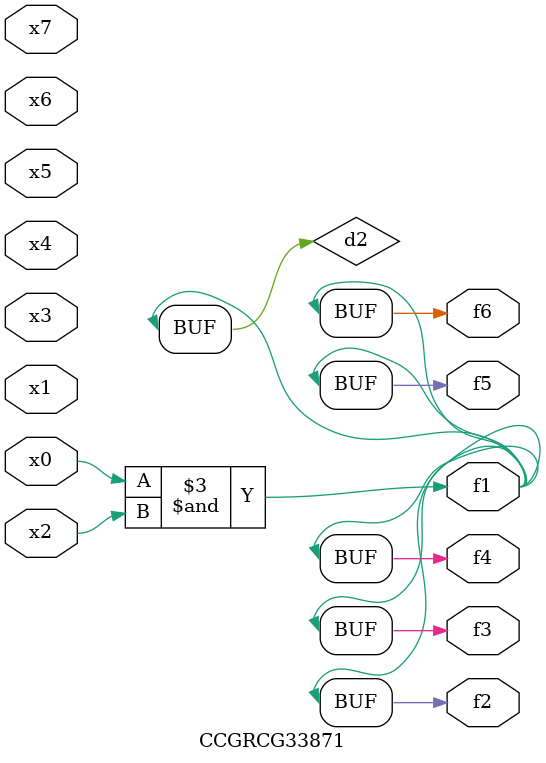
<source format=v>
module CCGRCG33871(
	input x0, x1, x2, x3, x4, x5, x6, x7,
	output f1, f2, f3, f4, f5, f6
);

	wire d1, d2;

	nor (d1, x3, x6);
	and (d2, x0, x2);
	assign f1 = d2;
	assign f2 = d2;
	assign f3 = d2;
	assign f4 = d2;
	assign f5 = d2;
	assign f6 = d2;
endmodule

</source>
